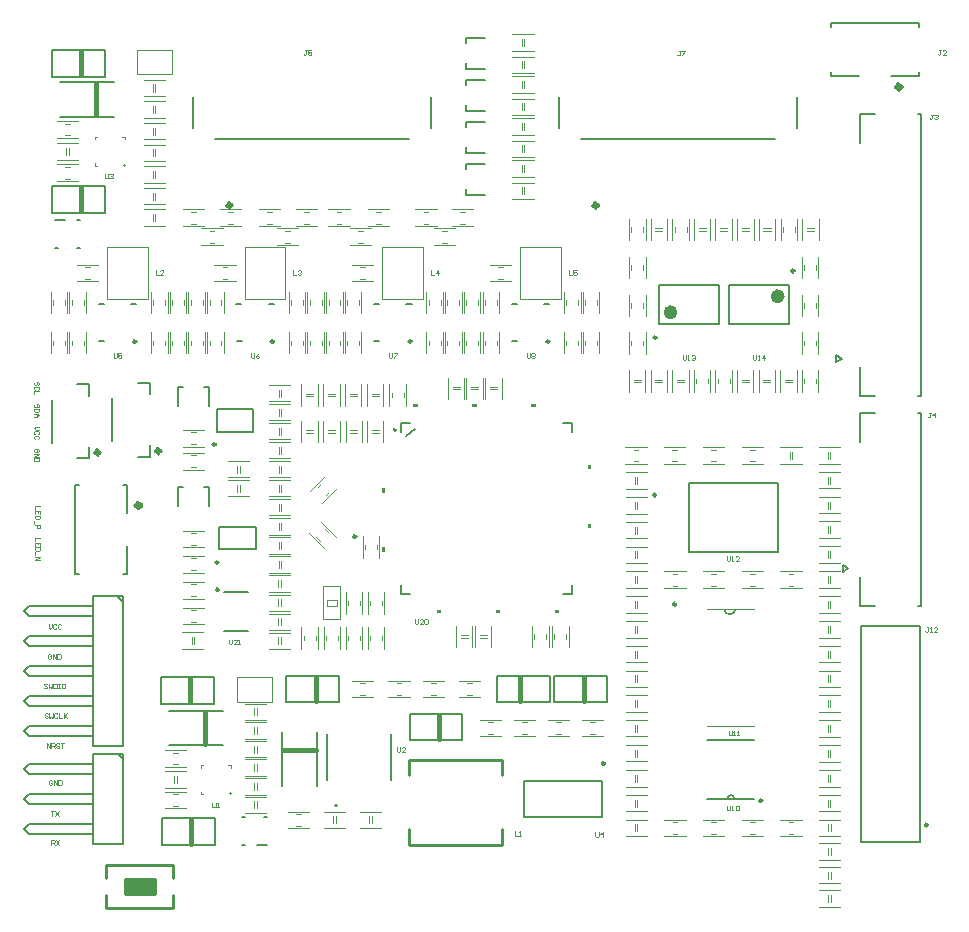
<source format=gto>
G04*
G04 #@! TF.GenerationSoftware,Altium Limited,Altium Designer,24.1.2 (44)*
G04*
G04 Layer_Color=65535*
%FSLAX44Y44*%
%MOMM*%
G71*
G04*
G04 #@! TF.SameCoordinates,6F585FF1-4DE3-4077-9EA4-C48F536BE3D4*
G04*
G04*
G04 #@! TF.FilePolarity,Positive*
G04*
G01*
G75*
%ADD10C,0.2500*%
%ADD11C,0.5080*%
%ADD12C,0.2540*%
%ADD13C,0.2000*%
%ADD14C,0.2520*%
%ADD15C,0.3810*%
%ADD16C,0.1540*%
%ADD17C,0.6000*%
%ADD18C,0.1524*%
%ADD19C,0.1000*%
%ADD20C,0.1270*%
%ADD21C,0.1500*%
%ADD22C,0.1200*%
%ADD23C,0.1250*%
%ADD24R,2.5400X1.2700*%
G36*
X369576Y294990D02*
X365766D01*
Y292450D01*
X369576D01*
Y294990D01*
D02*
G37*
G36*
X321662Y347904D02*
X319122D01*
Y344094D01*
X321662D01*
Y347904D01*
D02*
G37*
G36*
Y397904D02*
X319122D01*
Y394094D01*
X321662D01*
Y397904D01*
D02*
G37*
G36*
X349576Y467008D02*
X345766D01*
Y469548D01*
X349576D01*
Y467008D01*
D02*
G37*
G36*
X399576D02*
X395766D01*
Y469548D01*
X399576D01*
Y467008D01*
D02*
G37*
G36*
X419576Y294990D02*
X415766D01*
Y292450D01*
X419576D01*
Y294990D01*
D02*
G37*
G36*
X469576D02*
X465766D01*
Y292450D01*
X469576D01*
Y294990D01*
D02*
G37*
G36*
X493680Y367904D02*
X496220D01*
Y364094D01*
X493680D01*
Y367904D01*
D02*
G37*
G36*
Y417904D02*
X496220D01*
Y414094D01*
X493680D01*
Y417904D01*
D02*
G37*
G36*
X449576Y467008D02*
X445766D01*
Y469548D01*
X449576D01*
Y467008D01*
D02*
G37*
D10*
X508088Y165120D02*
G03*
X508088Y165120I-1250J0D01*
G01*
X551470Y392380D02*
G03*
X551470Y392380I-1250J0D01*
G01*
X668610Y582065D02*
G03*
X668610Y582065I-1250J0D01*
G01*
X551820Y525565D02*
G03*
X551820Y525565I-1250J0D01*
G01*
X180818Y335269D02*
G03*
X180818Y335269I-1250J0D01*
G01*
X297468Y357162D02*
G03*
X297468Y357162I-1250J0D01*
G01*
X178568Y435024D02*
G03*
X178568Y435024I-1250J0D01*
G01*
X641392Y133604D02*
G03*
X641392Y133604I-1250J0D01*
G01*
D11*
X758698Y737870D02*
G03*
X758698Y737870I-1778J0D01*
G01*
X114808Y383540D02*
G03*
X114808Y383540I-1778J0D01*
G01*
D12*
X460973Y522356D02*
G03*
X460973Y522356I-1256J0D01*
G01*
X344405D02*
G03*
X344405Y522356I-1256J0D01*
G01*
X227836D02*
G03*
X227836Y522356I-1256J0D01*
G01*
X111268D02*
G03*
X111268Y522356I-1256J0D01*
G01*
X181048Y312226D02*
G03*
X181048Y312226I-1055J0D01*
G01*
X781392Y112993D02*
G03*
X781392Y112993I-1270J0D01*
G01*
X568430Y299880D02*
G03*
X568430Y299880I-1250J0D01*
G01*
X190738Y139746D02*
X190770D01*
X100919Y671749D02*
X100951D01*
X420555Y154942D02*
Y167855D01*
X342248D02*
X420555D01*
X342248Y154942D02*
Y167855D01*
X342020Y96054D02*
Y109222D01*
Y96054D02*
X420555D01*
Y109222D01*
X86106Y68072D02*
Y79502D01*
Y42418D02*
Y53848D01*
Y42418D02*
X142494D01*
X86106Y79502D02*
X142494D01*
X101600Y67310D02*
X127000D01*
Y54610D02*
Y67310D01*
X101600Y54610D02*
X127000D01*
X101600D02*
Y67310D01*
X142494Y68072D02*
Y79502D01*
Y42418D02*
Y53848D01*
D13*
X281670Y129480D02*
G03*
X281670Y129480I-1000J0D01*
G01*
X617728Y135128D02*
G03*
X611632Y135128I-3048J0D01*
G01*
X439438Y119370D02*
Y150370D01*
X505438Y119370D02*
Y150370D01*
X439438Y119370D02*
X505438D01*
X439438Y150370D02*
X505438D01*
X172750Y382864D02*
Y399114D01*
X146750Y382864D02*
Y399114D01*
X151250D01*
X168250D02*
X172750D01*
Y467654D02*
Y483904D01*
X146750Y467654D02*
Y483904D01*
X151250D01*
X168250D02*
X172750D01*
X138908Y180555D02*
X184608D01*
X138908Y209855D02*
X184608D01*
X264335Y145802D02*
Y191502D01*
X235035Y145802D02*
Y191502D01*
X46488Y712803D02*
X92188D01*
X46488Y742103D02*
X92188D01*
X774750Y98550D02*
Y281450D01*
X725250Y98550D02*
Y281450D01*
X774750D01*
X725250Y98550D02*
X774750D01*
X42378Y601497D02*
X44878D01*
X60878D02*
X63378D01*
X60878Y625497D02*
X63378D01*
X42378D02*
X50878D01*
X613310Y570565D02*
X664310D01*
X613310Y537065D02*
X664310D01*
Y570565D01*
X613310Y537065D02*
Y570565D01*
X553620Y537065D02*
X604620D01*
X553620Y570565D02*
X604620D01*
X553620Y537065D02*
Y570565D01*
X604620Y537065D02*
Y570565D01*
X212568Y346269D02*
Y365269D01*
X181568Y346269D02*
Y365269D01*
X212568D01*
X181568Y346269D02*
X212568D01*
X16496Y293878D02*
X20729Y289645D01*
X16496Y268478D02*
X20729Y272711D01*
X16496Y268478D02*
X20729Y264245D01*
X16496Y293878D02*
X20729Y298111D01*
X95659Y306155D02*
X99893Y301921D01*
X100316Y179578D02*
Y306578D01*
X74916D02*
X100316D01*
X74916Y179578D02*
X100316D01*
X74916D02*
Y306578D01*
X20729Y298111D02*
X74662D01*
X20729Y289645D02*
X74916D01*
X20729Y272711D02*
X74662D01*
X20729Y264245D02*
X74662D01*
X16496Y243078D02*
X20729Y238845D01*
X16496Y217678D02*
X20729Y221911D01*
X16496Y217678D02*
X20729Y213445D01*
X16496Y243078D02*
X20729Y247311D01*
X74662D01*
X20729Y238845D02*
X74916D01*
X20729Y221911D02*
X74662D01*
X20729Y213445D02*
X74662D01*
X16496Y192278D02*
X20729Y188045D01*
X16496Y192278D02*
X20729Y196511D01*
X74662D01*
X20729Y188045D02*
X74916D01*
X20729Y105495D02*
X74916D01*
X20729Y113961D02*
X74662D01*
X16496Y109728D02*
X20729Y113961D01*
X16496Y109728D02*
X20729Y105495D01*
X20729Y130895D02*
X74662D01*
X20729Y139361D02*
X74662D01*
X20729Y156295D02*
X74916D01*
X20729Y164761D02*
X74662D01*
X74916Y97028D02*
Y173228D01*
Y97028D02*
X100316D01*
X74916Y173228D02*
X100316D01*
Y97028D02*
Y173228D01*
X95659Y172805D02*
X99893Y168571D01*
X16496Y160528D02*
X20729Y164761D01*
X16496Y135128D02*
X20729Y130895D01*
X16496Y135128D02*
X20729Y139361D01*
X16496Y160528D02*
X20729Y156295D01*
X179318Y446024D02*
X210318D01*
X179318Y465024D02*
X210318D01*
X179318Y446024D02*
Y465024D01*
X210318Y446024D02*
Y465024D01*
X213158Y96045D02*
X221658D01*
X200658D02*
X203158D01*
X200658Y120045D02*
X203158D01*
X219158D02*
X221658D01*
X390084Y668138D02*
Y672638D01*
Y646638D02*
Y651138D01*
Y646638D02*
X406334D01*
X390084Y672638D02*
X406334D01*
X390084Y703698D02*
Y708198D01*
Y682198D02*
Y686698D01*
Y682198D02*
X406334D01*
X390084Y708198D02*
X406334D01*
X390084Y739258D02*
Y743758D01*
Y717758D02*
Y722258D01*
Y717758D02*
X406334D01*
X390084Y743758D02*
X406334D01*
X390084Y774818D02*
Y779318D01*
Y753318D02*
Y757818D01*
Y753318D02*
X406334D01*
X390084Y779318D02*
X406334D01*
X594680Y185020D02*
X634680D01*
X594680Y135020D02*
X634680D01*
D14*
X330900Y447504D02*
G03*
X330900Y447504I-762J0D01*
G01*
D15*
X131572Y429514D02*
G03*
X131572Y429514I-1778J0D01*
G01*
X80023Y428284D02*
G03*
X80023Y428284I-1778J0D01*
G01*
X191778Y637500D02*
G03*
X191778Y637500I-1778J0D01*
G01*
X501778D02*
G03*
X501778Y637500I-1778J0D01*
G01*
X169454Y208636D02*
X169539Y181720D01*
X236254Y176348D02*
X263170Y176432D01*
X77034Y740884D02*
X77118Y713968D01*
X157654Y97130D02*
Y117302D01*
X156886Y216744D02*
Y236916D01*
X367543Y185937D02*
Y206108D01*
X263111Y218006D02*
Y238177D01*
X64487Y632540D02*
Y652711D01*
X64804Y747640D02*
Y767811D01*
X490003Y218006D02*
Y238177D01*
X436477Y218007D02*
Y238178D01*
D16*
X609096Y295513D02*
G03*
X618679Y295380I4802J680D01*
G01*
D17*
X657310Y560565D02*
G03*
X657310Y560565I-3000J0D01*
G01*
X566620Y547065D02*
G03*
X566620Y547065I-3000J0D01*
G01*
D18*
X774065Y788396D02*
Y791845D01*
X699135Y747395D02*
Y750754D01*
X750241Y747395D02*
X774065D01*
X699135Y788396D02*
Y791845D01*
X774065D01*
Y747395D02*
Y750754D01*
X699135Y747395D02*
X722959D01*
X429339Y522518D02*
X433625D01*
X429200Y554184D02*
X433485D01*
X456660Y554144D02*
X460945D01*
X312771Y522518D02*
X317056D01*
X312631Y554184D02*
X316917D01*
X340091Y554144D02*
X344377D01*
X196202Y522518D02*
X200488D01*
X196063Y554184D02*
X200348D01*
X223523Y554144D02*
X227808D01*
X79633Y522518D02*
X83919D01*
X79494Y554184D02*
X83780D01*
X106954Y554144D02*
X111240D01*
X335408Y453262D02*
X342819D01*
X479934Y445851D02*
Y453262D01*
X472522Y308736D02*
X479934D01*
X335408D02*
Y316148D01*
Y445851D02*
Y453262D01*
X472522D02*
X479934D01*
Y308736D02*
Y316148D01*
X335408Y308736D02*
X342819D01*
X122682Y477813D02*
Y487426D01*
X112808Y424942D02*
X122682D01*
X91186Y437988D02*
Y474380D01*
X112808Y487426D02*
X122682D01*
Y424942D02*
Y434555D01*
X71133Y423712D02*
Y433324D01*
X61259Y486196D02*
X71133D01*
X39637Y436758D02*
Y473149D01*
X61259Y423712D02*
X71133D01*
Y476583D02*
Y486196D01*
X185445Y310347D02*
X205511D01*
X185445Y277327D02*
X205511D01*
X103505Y325755D02*
Y349579D01*
X100146Y400685D02*
X103505D01*
X59055Y325755D02*
Y400685D01*
Y325755D02*
X62504D01*
X103505Y376861D02*
Y400685D01*
X100146Y325755D02*
X103505D01*
X59055Y400685D02*
X62504D01*
D19*
X86412Y558425D02*
Y602329D01*
X120956Y558425D02*
Y602329D01*
X86412D02*
X120956D01*
X86412Y558425D02*
X120956D01*
X202981D02*
Y602329D01*
X237525Y558425D02*
Y602329D01*
X202981D02*
X237525D01*
X202981Y558425D02*
X237525D01*
X319550D02*
Y602329D01*
X354094Y558425D02*
Y602329D01*
X319550D02*
X354094D01*
X319550Y558425D02*
X354094D01*
X436118D02*
Y602329D01*
X470662Y558425D02*
Y602329D01*
X436118D02*
X470662D01*
X436118Y558425D02*
X470662D01*
X165821Y138894D02*
X168079D01*
X165821D02*
Y141175D01*
X165856Y163647D02*
X168137D01*
X165856Y161388D02*
Y163647D01*
X191649Y161394D02*
Y163676D01*
X189390D02*
X191649D01*
X76002Y670897D02*
X78260D01*
X76002D02*
Y673179D01*
X76037Y695650D02*
X78318D01*
X76037Y693391D02*
Y695650D01*
X101830Y693398D02*
Y695679D01*
X99571D02*
X101830D01*
X284127Y287019D02*
Y309071D01*
Y314959D01*
X269762D02*
X284127D01*
X269762Y287019D02*
Y314959D01*
X272599Y298450D02*
X281287D01*
Y303784D01*
X272599D02*
X281287D01*
X272599Y298450D02*
Y303784D01*
X269762Y287019D02*
X284127D01*
X196455Y238326D02*
X225919D01*
X196455Y217498D02*
X225919D01*
X196455D02*
Y238326D01*
X225919Y217498D02*
Y238326D01*
X112197Y769221D02*
X141661D01*
X112197Y748393D02*
X141661D01*
X112197D02*
Y769221D01*
X141661Y748393D02*
Y769221D01*
X310530Y447238D02*
X316530D01*
X310530Y445238D02*
X316530D01*
X320530Y437238D02*
Y455238D01*
X306530Y437238D02*
Y455238D01*
X670445Y479950D02*
Y497950D01*
X656445Y479950D02*
Y497950D01*
X660445Y489950D02*
X666445D01*
X660445Y487950D02*
X666445D01*
X619866Y479950D02*
Y497950D01*
X633866Y479950D02*
Y497950D01*
X623866Y487950D02*
X629866D01*
X623866Y489950D02*
X629866D01*
X638156Y479950D02*
Y497950D01*
X652156Y479950D02*
Y497950D01*
X642156Y487950D02*
X648156D01*
X642156Y489950D02*
X648156D01*
X652343Y608220D02*
Y626220D01*
X638343Y608220D02*
Y626220D01*
X642343Y618220D02*
X648343D01*
X642343Y616220D02*
X648343D01*
X634022Y608220D02*
Y626220D01*
X620022Y608220D02*
Y626220D01*
X624022Y618220D02*
X630022D01*
X624022Y616220D02*
X630022D01*
X674985Y608220D02*
Y626220D01*
X688985Y608220D02*
Y626220D01*
X678985Y616220D02*
X684985D01*
X678985Y618220D02*
X684985D01*
X542419Y479950D02*
Y497950D01*
X528419Y479950D02*
Y497950D01*
X532419Y489950D02*
X538419D01*
X532419Y487950D02*
X538419D01*
X564998Y479950D02*
Y497950D01*
X578998Y479950D02*
Y497950D01*
X568998Y487950D02*
X574998D01*
X568998Y489950D02*
X574998D01*
X546708Y479950D02*
Y497950D01*
X560708Y479950D02*
Y497950D01*
X550708Y487950D02*
X556708D01*
X550708Y489950D02*
X556708D01*
X615702Y608220D02*
Y626220D01*
X601702Y608220D02*
Y626220D01*
X605702Y618220D02*
X611702D01*
X605702Y616220D02*
X611702D01*
X597381Y608220D02*
Y626220D01*
X583381Y608220D02*
Y626220D01*
X587381Y618220D02*
X593381D01*
X587381Y616220D02*
X593381D01*
X546740Y608220D02*
Y626220D01*
X560740Y608220D02*
Y626220D01*
X550740Y616220D02*
X556740D01*
X550740Y618220D02*
X556740D01*
X397969Y263504D02*
Y281504D01*
X411969Y263504D02*
Y281504D01*
X401969Y271504D02*
X407969D01*
X401969Y273504D02*
X407969D01*
X689159Y97295D02*
X707159D01*
X689159Y83295D02*
X707159D01*
X697159Y87295D02*
Y93295D01*
X699159Y87295D02*
Y93295D01*
X689159Y57702D02*
X707159D01*
X689159Y43702D02*
X707159D01*
X697159Y47702D02*
Y53702D01*
X699159Y47702D02*
Y53702D01*
X689159Y77498D02*
X707159D01*
X689159Y63498D02*
X707159D01*
X697159Y67498D02*
Y73498D01*
X699159Y67498D02*
Y73498D01*
X689008Y334775D02*
X707008D01*
X689008Y348774D02*
X707008D01*
X699008Y338774D02*
Y344775D01*
X697008Y338774D02*
Y344775D01*
X689008Y356056D02*
X707008D01*
X689008Y370056D02*
X707008D01*
X699008Y360056D02*
Y366056D01*
X697008Y360056D02*
Y366056D01*
X689008Y376829D02*
X707008D01*
X689008Y390830D02*
X707008D01*
X699008Y380830D02*
Y386829D01*
X697008Y380830D02*
Y386829D01*
X689008Y397857D02*
X707008D01*
X689008Y411857D02*
X707008D01*
X699008Y401857D02*
Y407857D01*
X697008Y401857D02*
Y407857D01*
X689008Y418884D02*
X707008D01*
X689008Y432884D02*
X707008D01*
X699008Y422884D02*
Y428884D01*
X697008Y422884D02*
Y428884D01*
X689159Y117472D02*
X707159D01*
X689159Y103472D02*
X707159D01*
X697159Y107472D02*
Y113472D01*
X699159Y107472D02*
Y113472D01*
X689008Y138500D02*
X707008D01*
X689008Y124500D02*
X707008D01*
X697008Y128500D02*
Y134500D01*
X699008Y128500D02*
Y134500D01*
X689008Y166555D02*
X707008D01*
X689008Y180555D02*
X707008D01*
X699008Y170555D02*
Y176555D01*
X697008Y170555D02*
Y176555D01*
X689008Y145527D02*
X707008D01*
X689008Y159527D02*
X707008D01*
X699008Y149527D02*
Y155527D01*
X697008Y149527D02*
Y155527D01*
X689008Y187582D02*
X707008D01*
X689008Y201582D02*
X707008D01*
X699008Y191582D02*
Y197582D01*
X697008Y191582D02*
Y197582D01*
X689008Y222610D02*
X707008D01*
X689008Y208610D02*
X707008D01*
X697008Y212610D02*
Y218610D01*
X699008Y212610D02*
Y218610D01*
X689008Y229637D02*
X707008D01*
X689008Y243637D02*
X707008D01*
X699008Y233637D02*
Y239637D01*
X697008Y233637D02*
Y239637D01*
X689008Y264665D02*
X707008D01*
X689008Y250665D02*
X707008D01*
X697008Y254665D02*
Y260665D01*
X699008Y254665D02*
Y260665D01*
X689008Y285692D02*
X707008D01*
X689008Y271692D02*
X707008D01*
X697008Y275692D02*
Y281692D01*
X699008Y275692D02*
Y281692D01*
X689008Y292720D02*
X707008D01*
X689008Y306720D02*
X707008D01*
X699008Y296720D02*
Y302720D01*
X697008Y296720D02*
Y302720D01*
X689008Y313747D02*
X707008D01*
X689008Y327747D02*
X707008D01*
X699008Y317747D02*
Y323747D01*
X697008Y317747D02*
Y323747D01*
X251024Y437265D02*
Y455265D01*
X265024Y437265D02*
Y455265D01*
X255024Y445265D02*
X261024D01*
X255024Y447265D02*
X261024D01*
X269456Y468074D02*
Y486074D01*
X283456Y468074D02*
Y486074D01*
X273456Y476074D02*
X279456D01*
X273456Y478074D02*
X279456D01*
X269762Y437265D02*
Y455265D01*
X283762Y437265D02*
Y455265D01*
X273762Y445265D02*
X279762D01*
X273762Y447265D02*
X279762D01*
X287993Y468074D02*
Y486074D01*
X301993Y468074D02*
Y486074D01*
X291993Y476074D02*
X297993D01*
X291993Y478074D02*
X297993D01*
X288499Y437265D02*
Y455265D01*
X302500Y437265D02*
Y455265D01*
X292500Y445265D02*
X298500D01*
X292500Y447265D02*
X298500D01*
X533664Y296570D02*
Y302570D01*
X535664Y296570D02*
Y302570D01*
X525664Y306570D02*
X543664D01*
X525664Y292570D02*
X543664D01*
X656678Y418885D02*
X674678D01*
X656678Y432885D02*
X674678D01*
X666678Y422885D02*
Y428885D01*
X664678Y422885D02*
Y428885D01*
X533659Y401624D02*
Y407624D01*
X535659Y401624D02*
Y407624D01*
X525659Y411624D02*
X543659D01*
X525659Y397624D02*
X543659D01*
X533664Y359602D02*
Y365602D01*
X535664Y359602D02*
Y365602D01*
X525664Y369602D02*
X543664D01*
X525664Y355602D02*
X543664D01*
X533664Y380613D02*
Y386613D01*
X535664Y380613D02*
Y386613D01*
X525664Y390613D02*
X543664D01*
X525664Y376613D02*
X543664D01*
X533664Y275559D02*
Y281559D01*
X535664Y275559D02*
Y281559D01*
X525664Y285559D02*
X543664D01*
X525664Y271559D02*
X543664D01*
X533664Y212865D02*
Y218865D01*
X535664Y212865D02*
Y218865D01*
X525664Y222865D02*
X543664D01*
X525664Y208865D02*
X543664D01*
X533664Y254548D02*
Y260548D01*
X535664Y254548D02*
Y260548D01*
X525664Y264548D02*
X543664D01*
X525664Y250548D02*
X543664D01*
X533664Y317747D02*
Y323747D01*
X535664Y317747D02*
Y323747D01*
X525664Y327747D02*
X543664D01*
X525664Y313747D02*
X543664D01*
X533664Y338591D02*
Y344591D01*
X535664Y338591D02*
Y344591D01*
X525664Y348591D02*
X543664D01*
X525664Y334591D02*
X543664D01*
X533664Y192024D02*
Y198024D01*
X535664Y192024D02*
Y198024D01*
X525664Y202024D02*
X543664D01*
X525664Y188024D02*
X543664D01*
X533664Y233706D02*
Y239706D01*
X535664Y233706D02*
Y239706D01*
X525664Y243706D02*
X543664D01*
X525664Y229706D02*
X543664D01*
X533664Y149494D02*
Y155494D01*
X535664Y149494D02*
Y155494D01*
X525664Y159494D02*
X543664D01*
X525664Y145494D02*
X543664D01*
X533664Y128483D02*
Y134483D01*
X535664Y128483D02*
Y134483D01*
X525664Y138483D02*
X543664D01*
X525664Y124483D02*
X543664D01*
X533664Y170759D02*
Y176759D01*
X535664Y170759D02*
Y176759D01*
X525664Y180759D02*
X543664D01*
X525664Y166759D02*
X543664D01*
X533664Y107472D02*
Y113472D01*
X535664Y107472D02*
Y113472D01*
X525664Y117472D02*
X543664D01*
X525664Y103472D02*
X543664D01*
X125476Y697345D02*
Y703345D01*
X127476Y697345D02*
Y703345D01*
X117476Y707345D02*
X135476D01*
X117476Y693345D02*
X135476D01*
X410956Y483770D02*
X416956D01*
X410956Y481770D02*
X416956D01*
X420956Y473770D02*
Y491770D01*
X406956Y473770D02*
Y491770D01*
X211142Y174252D02*
Y180252D01*
X213142Y174252D02*
Y180252D01*
X203142Y184252D02*
X221142D01*
X203142Y170252D02*
X221142D01*
X385986Y273504D02*
X391986D01*
X385986Y271504D02*
X391986D01*
X395986Y263504D02*
Y281504D01*
X381986Y263504D02*
Y281504D01*
X233745Y379001D02*
Y385001D01*
X231745Y379001D02*
Y385001D01*
X223745Y375001D02*
X241745D01*
X223745Y389001D02*
X241745D01*
X231745Y330671D02*
Y336671D01*
X233745Y330671D02*
Y336671D01*
X223745Y340671D02*
X241745D01*
X223745Y326671D02*
X241745D01*
X231745Y346781D02*
Y352781D01*
X233745Y346781D02*
Y352781D01*
X223745Y356781D02*
X241745D01*
X223745Y342781D02*
X241745D01*
X233745Y475662D02*
Y481662D01*
X231745Y475662D02*
Y481662D01*
X223745Y471662D02*
X241745D01*
X223745Y485662D02*
X241745D01*
X231745Y362891D02*
Y368891D01*
X233745Y362891D02*
Y368891D01*
X223745Y372891D02*
X241745D01*
X223745Y358891D02*
X241745D01*
X231745Y459552D02*
Y465552D01*
X233745Y459552D02*
Y465552D01*
X223745Y469552D02*
X241745D01*
X223745Y455552D02*
X241745D01*
X231745Y411222D02*
Y417221D01*
X233745Y411222D02*
Y417221D01*
X223745Y421222D02*
X241745D01*
X223745Y407221D02*
X241745D01*
X231745Y395111D02*
Y401111D01*
X233745Y395111D02*
Y401111D01*
X223745Y405111D02*
X241745D01*
X223745Y391111D02*
X241745D01*
X231745Y427332D02*
Y433332D01*
X233745Y427332D02*
Y433332D01*
X223745Y437332D02*
X241745D01*
X223745Y423332D02*
X241745D01*
X231745Y443442D02*
Y449442D01*
X233745Y443442D02*
Y449442D01*
X223745Y453442D02*
X241745D01*
X223745Y439442D02*
X241745D01*
X198882Y395111D02*
Y401111D01*
X196882Y395111D02*
Y401111D01*
X188882Y391111D02*
X206882D01*
X188882Y405111D02*
X206882D01*
X198882Y411222D02*
Y417221D01*
X196882Y411222D02*
Y417221D01*
X188882Y407221D02*
X206882D01*
X188882Y421222D02*
X206882D01*
X306530Y468074D02*
Y486074D01*
X320530Y468074D02*
Y486074D01*
X310530Y476074D02*
X316530D01*
X310530Y478074D02*
X316530D01*
X255024D02*
X261024D01*
X255024Y476074D02*
X261024D01*
X265024Y468074D02*
Y486074D01*
X251024Y468074D02*
Y486074D01*
X211142Y126972D02*
Y132972D01*
X213142Y126972D02*
Y132972D01*
X203142Y136972D02*
X221142D01*
X203142Y122972D02*
X221142D01*
X213142Y142732D02*
Y148732D01*
X211142Y142732D02*
Y148732D01*
X203142Y138732D02*
X221142D01*
X203142Y152732D02*
X221142D01*
X211142Y190012D02*
Y196012D01*
X213142Y190012D02*
Y196012D01*
X203142Y200012D02*
X221142D01*
X203142Y186012D02*
X221142D01*
X213142Y205773D02*
Y211773D01*
X211142Y205773D02*
Y211773D01*
X203142Y201773D02*
X221142D01*
X203142Y215773D02*
X221142D01*
X213142Y158492D02*
Y164492D01*
X211142Y158492D02*
Y164492D01*
X203142Y154492D02*
X221142D01*
X203142Y168492D02*
X221142D01*
X143504Y148507D02*
Y154507D01*
X145504Y148507D02*
Y154507D01*
X135504Y158507D02*
X153504D01*
X135504Y144507D02*
X153504D01*
X280265Y114300D02*
Y120300D01*
X278265Y114300D02*
Y120300D01*
X270265Y110300D02*
X288265D01*
X270265Y124300D02*
X288265D01*
X310610Y114300D02*
Y120300D01*
X308610Y114300D02*
Y120300D01*
X300610Y110300D02*
X318610D01*
X300610Y124300D02*
X318610D01*
X125476Y679041D02*
Y685041D01*
X127476Y679041D02*
Y685041D01*
X117476Y689041D02*
X135476D01*
X117476Y675041D02*
X135476D01*
X125476Y642433D02*
Y648433D01*
X127476Y642433D02*
Y648433D01*
X117476Y652433D02*
X135476D01*
X117476Y638433D02*
X135476D01*
X125476Y715649D02*
Y721649D01*
X127476Y715649D02*
Y721649D01*
X117476Y725649D02*
X135476D01*
X117476Y711649D02*
X135476D01*
X127476Y733953D02*
Y739953D01*
X125476Y733953D02*
Y739953D01*
X117476Y729953D02*
X135476D01*
X117476Y743953D02*
X135476D01*
X127476Y660737D02*
Y666737D01*
X125476Y660737D02*
Y666737D01*
X117476Y656737D02*
X135476D01*
X117476Y670737D02*
X135476D01*
X127476Y624129D02*
Y630130D01*
X125476Y624129D02*
Y630130D01*
X117476Y620130D02*
X135476D01*
X117476Y634129D02*
X135476D01*
X51954Y680373D02*
Y686373D01*
X53954Y680373D02*
Y686373D01*
X43954Y690373D02*
X61954D01*
X43954Y676373D02*
X61954D01*
X233643Y314220D02*
Y320220D01*
X231643Y314220D02*
Y320220D01*
X223643Y310220D02*
X241643D01*
X223643Y324220D02*
X241643D01*
X233643Y298045D02*
Y304045D01*
X231643Y298045D02*
Y304045D01*
X223643Y294045D02*
X241643D01*
X223643Y308045D02*
X241643D01*
X233528Y281986D02*
Y287986D01*
X231528Y281986D02*
Y287986D01*
X223528Y277986D02*
X241528D01*
X223528Y291986D02*
X241528D01*
X160096Y266173D02*
Y272173D01*
X158096Y266173D02*
Y272173D01*
X150096Y262173D02*
X168095D01*
X150096Y276173D02*
X168095D01*
X231707Y265886D02*
Y271886D01*
X233707Y265886D02*
Y271886D01*
X223707Y275886D02*
X241707D01*
X223707Y261886D02*
X241707D01*
X379128Y481678D02*
X385128D01*
X379128Y483678D02*
X385128D01*
X375128Y473678D02*
Y491678D01*
X389128Y473678D02*
Y491678D01*
X394481Y483678D02*
X400481D01*
X394481Y481678D02*
X400481D01*
X404481Y473678D02*
Y491678D01*
X390481Y473678D02*
Y491678D01*
X437674Y646884D02*
Y652884D01*
X439674Y646884D02*
Y652884D01*
X429674Y656884D02*
X447674D01*
X429674Y642884D02*
X447674D01*
X437674Y682444D02*
Y688444D01*
X439674Y682444D02*
Y688444D01*
X429674Y692444D02*
X447674D01*
X429674Y678444D02*
X447674D01*
X437674Y718004D02*
Y724004D01*
X439674Y718004D02*
Y724004D01*
X429674Y728004D02*
X447674D01*
X429674Y714004D02*
X447674D01*
X437674Y753564D02*
Y759564D01*
X439674Y753564D02*
Y759564D01*
X429674Y763564D02*
X447674D01*
X429674Y749564D02*
X447674D01*
X437674Y665884D02*
Y671884D01*
X439674Y665884D02*
Y671884D01*
X429674Y675884D02*
X447674D01*
X429674Y661884D02*
X447674D01*
X437674Y701444D02*
Y707444D01*
X439674Y701444D02*
Y707444D01*
X429674Y711444D02*
X447674D01*
X429674Y697444D02*
X447674D01*
X437674Y737004D02*
Y743004D01*
X439674Y737004D02*
Y743004D01*
X429674Y747004D02*
X447674D01*
X429674Y733004D02*
X447674D01*
X437674Y772564D02*
Y778564D01*
X439674Y772564D02*
Y778564D01*
X429674Y782564D02*
X447674D01*
X429674Y768564D02*
X447674D01*
D20*
X326644Y150738D02*
Y189738D01*
X272542Y150738D02*
Y189738D01*
X360500Y703000D02*
Y729500D01*
X159500Y703000D02*
Y729500D01*
X178000Y694000D02*
X342000D01*
X670500Y703000D02*
Y729500D01*
X469500Y703000D02*
Y729500D01*
X488000Y694000D02*
X652000D01*
X773500Y715100D02*
X776000D01*
X773500Y476100D02*
X776000D01*
X703580Y504720D02*
X708580Y507720D01*
X703580Y510720D02*
X708580Y507720D01*
X703580Y504720D02*
Y510720D01*
X724000Y715100D02*
X737000D01*
X724000Y476100D02*
X737000D01*
X776000D02*
Y715100D01*
X724000Y476100D02*
Y500900D01*
Y690300D02*
Y715100D01*
Y437200D02*
Y462000D01*
Y298000D02*
Y322800D01*
X776000Y298000D02*
Y462000D01*
X724000Y298000D02*
X737000D01*
X724000Y462000D02*
X737000D01*
X709330Y327220D02*
Y333220D01*
X714330Y330220D01*
X709330Y327220D02*
X714330Y330220D01*
X773500Y298000D02*
X776000D01*
X773500Y462000D02*
X776000D01*
D21*
X340106Y441960D02*
X346964Y448564D01*
X132916Y95972D02*
Y118462D01*
X177614Y95972D02*
Y118462D01*
X132916D02*
X177614D01*
X132916Y95972D02*
X177614D01*
X132148Y215586D02*
Y238076D01*
X176846Y215586D02*
Y238076D01*
X132148D02*
X176846D01*
X132148Y215586D02*
X176846D01*
X342805Y184778D02*
Y207268D01*
X387503Y184778D02*
Y207268D01*
X342805D02*
X387503D01*
X342805Y184778D02*
X387503D01*
X238373Y216847D02*
Y239337D01*
X283071Y216847D02*
Y239337D01*
X238373D02*
X283071D01*
X238373Y216847D02*
X283071D01*
X39749Y631381D02*
Y653871D01*
X84447Y631381D02*
Y653871D01*
X39749D02*
X84447D01*
X39749Y631381D02*
X84447D01*
X40066Y746481D02*
Y768971D01*
X84764Y746481D02*
Y768971D01*
X40066D02*
X84764D01*
X40066Y746481D02*
X84764D01*
X465265Y216847D02*
Y239337D01*
X509963Y216847D02*
Y239337D01*
X465265D02*
X509963D01*
X465265Y216847D02*
X509963D01*
X461215Y216847D02*
Y239337D01*
X416517Y216847D02*
Y239337D01*
Y216847D02*
X461215D01*
X416517Y239337D02*
X461215D01*
X579484Y344130D02*
Y402630D01*
Y344130D02*
X654956D01*
Y402630D01*
X579484D02*
X654956D01*
D22*
X594679Y196530D02*
X634679D01*
X594679Y296230D02*
X634679D01*
X29917Y355977D02*
X25918D01*
Y353311D01*
X29917Y349312D02*
Y351978D01*
X25918D01*
Y349312D01*
X27918Y351978D02*
Y350645D01*
X29917Y347979D02*
X25918D01*
Y345980D01*
X26585Y345313D01*
X29251D01*
X29917Y345980D01*
Y347979D01*
X25252Y343980D02*
Y341315D01*
X25918Y339982D02*
X29917D01*
X25918Y337316D01*
X29917D01*
X29734Y382694D02*
X25735D01*
Y380028D01*
X29734Y376029D02*
Y378695D01*
X25735D01*
Y376029D01*
X27735Y378695D02*
Y377362D01*
X29734Y374696D02*
X25735D01*
Y372697D01*
X26402Y372030D01*
X29067D01*
X29734Y372697D01*
Y374696D01*
X25069Y370698D02*
Y368032D01*
X25735Y366699D02*
X29734D01*
Y364700D01*
X29067Y364033D01*
X27735D01*
X27068Y364700D01*
Y366699D01*
X35497Y178130D02*
Y182129D01*
X38163Y178130D01*
Y182129D01*
X39496Y178130D02*
Y182129D01*
X41495D01*
X42162Y181463D01*
Y180130D01*
X41495Y179463D01*
X39496D01*
X40829D02*
X42162Y178130D01*
X46160Y181463D02*
X45494Y182129D01*
X44161D01*
X43495Y181463D01*
Y180796D01*
X44161Y180130D01*
X45494D01*
X46160Y179463D01*
Y178797D01*
X45494Y178130D01*
X44161D01*
X43495Y178797D01*
X47493Y182129D02*
X50159D01*
X48826D01*
Y178130D01*
X36516Y206687D02*
X35849Y207354D01*
X34516D01*
X33850Y206687D01*
Y206021D01*
X34516Y205354D01*
X35849D01*
X36516Y204688D01*
Y204022D01*
X35849Y203355D01*
X34516D01*
X33850Y204022D01*
X37848Y207354D02*
Y203355D01*
X39181Y204688D01*
X40514Y203355D01*
Y207354D01*
X44513Y206687D02*
X43847Y207354D01*
X42514D01*
X41847Y206687D01*
Y204022D01*
X42514Y203355D01*
X43847D01*
X44513Y204022D01*
X45846Y207354D02*
Y203355D01*
X48512D01*
X49844Y207354D02*
Y203355D01*
Y204688D01*
X52510Y207354D01*
X50511Y205354D01*
X52510Y203355D01*
X35894Y231912D02*
X35227Y232578D01*
X33894D01*
X33228Y231912D01*
Y231245D01*
X33894Y230579D01*
X35227D01*
X35894Y229913D01*
Y229246D01*
X35227Y228580D01*
X33894D01*
X33228Y229246D01*
X37227Y232578D02*
Y228580D01*
X38560Y229913D01*
X39892Y228580D01*
Y232578D01*
X41225D02*
Y228580D01*
X43225D01*
X43891Y229246D01*
Y231912D01*
X43225Y232578D01*
X41225D01*
X45224D02*
X46557D01*
X45890D01*
Y228580D01*
X45224D01*
X46557D01*
X50556Y232578D02*
X49223D01*
X48556Y231912D01*
Y229246D01*
X49223Y228580D01*
X50556D01*
X51222Y229246D01*
Y231912D01*
X50556Y232578D01*
X39223Y257137D02*
X38557Y257803D01*
X37224D01*
X36557Y257137D01*
Y254471D01*
X37224Y253804D01*
X38557D01*
X39223Y254471D01*
Y255804D01*
X37890D01*
X40556Y253804D02*
Y257803D01*
X43222Y253804D01*
Y257803D01*
X44555D02*
Y253804D01*
X46554D01*
X47221Y254471D01*
Y257137D01*
X46554Y257803D01*
X44555D01*
X37074Y283028D02*
Y280362D01*
X38406Y279029D01*
X39739Y280362D01*
Y283028D01*
X43738Y282361D02*
X43072Y283028D01*
X41739D01*
X41072Y282361D01*
Y279695D01*
X41739Y279029D01*
X43072D01*
X43738Y279695D01*
X47737Y282361D02*
X47070Y283028D01*
X45737D01*
X45071Y282361D01*
Y279695D01*
X45737Y279029D01*
X47070D01*
X47737Y279695D01*
X28188Y485461D02*
X28855Y486128D01*
Y487460D01*
X28188Y488127D01*
X27522D01*
X26855Y487460D01*
Y486128D01*
X26189Y485461D01*
X25522D01*
X24856Y486128D01*
Y487460D01*
X25522Y488127D01*
X28188Y481462D02*
X28855Y482129D01*
Y483462D01*
X28188Y484128D01*
X25522D01*
X24856Y483462D01*
Y482129D01*
X25522Y481462D01*
X28855Y480130D02*
X24856D01*
Y477464D01*
X28188Y428806D02*
X28855Y429473D01*
Y430805D01*
X28188Y431472D01*
X25522D01*
X24856Y430805D01*
Y429473D01*
X25522Y428806D01*
X26855D01*
Y430139D01*
X24856Y427473D02*
X28855D01*
X24856Y424807D01*
X28855D01*
Y423475D02*
X24856D01*
Y421475D01*
X25522Y420809D01*
X28188D01*
X28855Y421475D01*
Y423475D01*
X28188Y466461D02*
X28855Y467128D01*
Y468461D01*
X28188Y469127D01*
X27522D01*
X26855Y468461D01*
Y467128D01*
X26189Y466461D01*
X25522D01*
X24856Y467128D01*
Y468461D01*
X25522Y469127D01*
X28855Y465128D02*
X24856D01*
Y463129D01*
X25522Y462462D01*
X28188D01*
X28855Y463129D01*
Y465128D01*
X24856Y461130D02*
X27522D01*
X28855Y459797D01*
X27522Y458464D01*
X24856D01*
X26855D01*
Y461130D01*
X28855Y450292D02*
X26189D01*
X24856Y448959D01*
X26189Y447626D01*
X28855D01*
X28188Y443627D02*
X28855Y444294D01*
Y445627D01*
X28188Y446293D01*
X25522D01*
X24856Y445627D01*
Y444294D01*
X25522Y443627D01*
X28188Y439629D02*
X28855Y440295D01*
Y441628D01*
X28188Y442294D01*
X25522D01*
X24856Y441628D01*
Y440295D01*
X25522Y439629D01*
X40056Y150087D02*
X39390Y150753D01*
X38057D01*
X37390Y150087D01*
Y147421D01*
X38057Y146754D01*
X39390D01*
X40056Y147421D01*
Y148754D01*
X38723D01*
X41389Y146754D02*
Y150753D01*
X44055Y146754D01*
Y150753D01*
X45388D02*
Y146754D01*
X47387D01*
X48053Y147421D01*
Y150087D01*
X47387Y150753D01*
X45388D01*
X38822Y124715D02*
X41488D01*
X40155D01*
Y120716D01*
X42821Y124715D02*
X45486Y120716D01*
Y124715D02*
X42821Y120716D01*
X39530Y96396D02*
Y100394D01*
X41529D01*
X42195Y99728D01*
Y98395D01*
X41529Y97729D01*
X39530D01*
X40862D02*
X42195Y96396D01*
X43528Y100394D02*
X46194Y96396D01*
Y100394D02*
X43528Y96396D01*
X347339Y287158D02*
Y283826D01*
X348006Y283160D01*
X349339D01*
X350005Y283826D01*
Y287158D01*
X354004Y283160D02*
X351338D01*
X354004Y285825D01*
Y286492D01*
X353337Y287158D01*
X352004D01*
X351338Y286492D01*
X355337D02*
X356003Y287158D01*
X357336D01*
X358002Y286492D01*
Y283826D01*
X357336Y283160D01*
X356003D01*
X355337Y283826D01*
Y286492D01*
X785718Y714469D02*
X784385D01*
X785051D01*
Y711137D01*
X784385Y710471D01*
X783718D01*
X783052Y711137D01*
X787050Y713803D02*
X787717Y714469D01*
X789050D01*
X789716Y713803D01*
Y713137D01*
X789050Y712470D01*
X788383D01*
X789050D01*
X789716Y711804D01*
Y711137D01*
X789050Y710471D01*
X787717D01*
X787050Y711137D01*
X782019Y280637D02*
X780686D01*
X781353D01*
Y277305D01*
X780686Y276639D01*
X780020D01*
X779354Y277305D01*
X783352Y276639D02*
X784685D01*
X784019D01*
Y280637D01*
X783352Y279971D01*
X789350Y276639D02*
X786685D01*
X789350Y279305D01*
Y279971D01*
X788684Y280637D01*
X787351D01*
X786685Y279971D01*
X189790Y269954D02*
Y266621D01*
X190456Y265955D01*
X191789D01*
X192456Y266621D01*
Y269954D01*
X196455Y265955D02*
X193789D01*
X196455Y268621D01*
Y269287D01*
X195788Y269954D01*
X194455D01*
X193789Y269287D01*
X197787Y265955D02*
X199120D01*
X198454D01*
Y269954D01*
X197787Y269287D01*
X633561Y510609D02*
Y507277D01*
X634228Y506610D01*
X635561D01*
X636227Y507277D01*
Y510609D01*
X637560Y506610D02*
X638893D01*
X638226D01*
Y510609D01*
X637560Y509943D01*
X642892Y506610D02*
Y510609D01*
X640892Y508610D01*
X643558D01*
X574137Y510609D02*
Y507277D01*
X574803Y506610D01*
X576136D01*
X576802Y507277D01*
Y510609D01*
X578135Y506610D02*
X579468D01*
X578802D01*
Y510609D01*
X578135Y509943D01*
X581468D02*
X582134Y510609D01*
X583467D01*
X584133Y509943D01*
Y509276D01*
X583467Y508610D01*
X582800D01*
X583467D01*
X584133Y507943D01*
Y507277D01*
X583467Y506610D01*
X582134D01*
X581468Y507277D01*
X611460Y340581D02*
Y337249D01*
X612126Y336583D01*
X613459D01*
X614125Y337249D01*
Y340581D01*
X615458Y336583D02*
X616791D01*
X616125D01*
Y340581D01*
X615458Y339915D01*
X621456Y336583D02*
X618791D01*
X621456Y339249D01*
Y339915D01*
X620790Y340581D01*
X619457D01*
X618791Y339915D01*
X612793Y192753D02*
Y189421D01*
X613459Y188755D01*
X614792D01*
X615458Y189421D01*
Y192753D01*
X616791Y188755D02*
X618124D01*
X617458D01*
Y192753D01*
X616791Y192087D01*
X620123Y188755D02*
X621456D01*
X620790D01*
Y192753D01*
X620123Y192087D01*
X611460Y129327D02*
Y125995D01*
X612126Y125329D01*
X613459D01*
X614125Y125995D01*
Y129327D01*
X615458Y125329D02*
X616791D01*
X616125D01*
Y129327D01*
X615458Y128661D01*
X618791D02*
X619457Y129327D01*
X620790D01*
X621456Y128661D01*
Y125995D01*
X620790Y125329D01*
X619457D01*
X618791Y125995D01*
Y128661D01*
X441902Y512182D02*
Y508849D01*
X442569Y508183D01*
X443902D01*
X444568Y508849D01*
Y512182D01*
X445901Y511515D02*
X446568Y512182D01*
X447901D01*
X448567Y511515D01*
Y510849D01*
X447901Y510182D01*
X448567Y509516D01*
Y508849D01*
X447901Y508183D01*
X446568D01*
X445901Y508849D01*
Y509516D01*
X446568Y510182D01*
X445901Y510849D01*
Y511515D01*
X446568Y510182D02*
X447901D01*
X325316Y512182D02*
Y508849D01*
X325983Y508183D01*
X327316D01*
X327982Y508849D01*
Y512182D01*
X329315D02*
X331981D01*
Y511515D01*
X329315Y508849D01*
Y508183D01*
X208730Y512182D02*
Y508849D01*
X209397Y508183D01*
X210730D01*
X211396Y508849D01*
Y512182D01*
X215395D02*
X214062Y511515D01*
X212729Y510182D01*
Y508849D01*
X213396Y508183D01*
X214729D01*
X215395Y508849D01*
Y509516D01*
X214729Y510182D01*
X212729D01*
X92144Y512182D02*
Y508849D01*
X92811Y508183D01*
X94144D01*
X94810Y508849D01*
Y512182D01*
X98809D02*
X96143D01*
Y510182D01*
X97476Y510849D01*
X98142D01*
X98809Y510182D01*
Y508849D01*
X98142Y508183D01*
X96810D01*
X96143Y508849D01*
X500081Y107188D02*
Y103855D01*
X500747Y103189D01*
X502080D01*
X502747Y103855D01*
Y107188D01*
X506079Y103189D02*
Y107188D01*
X504080Y105188D01*
X506745D01*
X84614Y664466D02*
Y661134D01*
X85280Y660468D01*
X86613D01*
X87280Y661134D01*
Y664466D01*
X88612Y663800D02*
X89279Y664466D01*
X90612D01*
X91278Y663800D01*
Y663134D01*
X90612Y662467D01*
X89945D01*
X90612D01*
X91278Y661801D01*
Y661134D01*
X90612Y660468D01*
X89279D01*
X88612Y661134D01*
X332160Y178708D02*
Y175376D01*
X332826Y174710D01*
X334160D01*
X334826Y175376D01*
Y178708D01*
X338825Y174710D02*
X336159D01*
X338825Y177375D01*
Y178042D01*
X338158Y178708D01*
X336825D01*
X336159Y178042D01*
X175775Y131821D02*
Y128489D01*
X176441Y127823D01*
X177774D01*
X178441Y128489D01*
Y131821D01*
X179774Y127823D02*
X181106D01*
X180440D01*
Y131821D01*
X179774Y131155D01*
X477460Y582477D02*
Y578478D01*
X480126D01*
X484124Y582477D02*
X481459D01*
Y580477D01*
X482792Y581144D01*
X483458D01*
X484124Y580477D01*
Y579144D01*
X483458Y578478D01*
X482125D01*
X481459Y579144D01*
X360874Y582477D02*
Y578478D01*
X363540D01*
X366872D02*
Y582477D01*
X364873Y580477D01*
X367538D01*
X244288Y582477D02*
Y578478D01*
X246954D01*
X248287Y581810D02*
X248953Y582477D01*
X250286D01*
X250952Y581810D01*
Y581144D01*
X250286Y580477D01*
X249620D01*
X250286D01*
X250952Y579811D01*
Y579144D01*
X250286Y578478D01*
X248953D01*
X248287Y579144D01*
X127702Y582477D02*
Y578478D01*
X130368D01*
X134367D02*
X131701D01*
X134367Y581144D01*
Y581810D01*
X133700Y582477D01*
X132367D01*
X131701Y581810D01*
X431574Y107459D02*
Y103460D01*
X434240D01*
X435572D02*
X436905D01*
X436239D01*
Y107459D01*
X435572Y106792D01*
X572104Y768571D02*
X570771D01*
X571437D01*
Y765239D01*
X570771Y764573D01*
X570104D01*
X569438Y765239D01*
X573436Y768571D02*
X576102D01*
Y767905D01*
X573436Y765239D01*
Y764573D01*
X255620Y768825D02*
X254287D01*
X254953D01*
Y765493D01*
X254287Y764827D01*
X253620D01*
X252954Y765493D01*
X259618Y768825D02*
X256952D01*
Y766826D01*
X258285Y767493D01*
X258952D01*
X259618Y766826D01*
Y765493D01*
X258952Y764827D01*
X257619D01*
X256952Y765493D01*
X783940Y461993D02*
X782607D01*
X783273D01*
Y458661D01*
X782607Y457995D01*
X781940D01*
X781274Y458661D01*
X787272Y457995D02*
Y461993D01*
X785272Y459994D01*
X787938D01*
X792630Y768778D02*
X791297D01*
X791964D01*
Y765446D01*
X791297Y764780D01*
X790631D01*
X789965Y765446D01*
X796629Y764780D02*
X793963D01*
X796629Y767446D01*
Y768112D01*
X795963Y768778D01*
X794630D01*
X793963Y768112D01*
D23*
X688859Y576152D02*
Y594152D01*
X674859Y576152D02*
Y594152D01*
X676860Y583153D02*
Y587152D01*
X686860Y583153D02*
Y587152D01*
X242431Y519152D02*
Y523153D01*
X252431Y519152D02*
Y523153D01*
X254431Y512152D02*
Y530153D01*
X240431Y512152D02*
Y530153D01*
X307362Y291990D02*
Y309990D01*
X321362Y291990D02*
Y309990D01*
X319362Y298990D02*
Y302990D01*
X309362Y298990D02*
Y302990D01*
X288624Y262272D02*
Y280272D01*
X302624Y262272D02*
Y280272D01*
X300625Y269272D02*
Y273272D01*
X290625Y269272D02*
Y273272D01*
X307362Y262272D02*
Y280272D01*
X321362Y262272D02*
Y280272D01*
X319362Y269272D02*
Y273272D01*
X309362Y269272D02*
Y273272D01*
X288624Y291990D02*
Y309990D01*
X302624Y291990D02*
Y309990D01*
X300625Y298990D02*
Y302990D01*
X290625Y298990D02*
Y302990D01*
X265149Y262272D02*
Y280272D01*
X251149Y262272D02*
Y280272D01*
X253149Y269272D02*
Y273272D01*
X263149Y269272D02*
Y273272D01*
X269887Y262272D02*
Y280272D01*
X283887Y262272D02*
Y280272D01*
X281887Y269272D02*
Y273272D01*
X271887Y269272D02*
Y273272D01*
X540544Y583153D02*
Y587152D01*
X530544Y583153D02*
Y587152D01*
X528544Y576152D02*
Y594152D01*
X542544Y576152D02*
Y594152D01*
X540544Y615220D02*
Y619220D01*
X530544Y615220D02*
Y619220D01*
X528544Y608220D02*
Y626220D01*
X542544Y608220D02*
Y626220D01*
X530544Y551085D02*
Y555085D01*
X540544Y551085D02*
Y555085D01*
X542544Y544085D02*
Y562085D01*
X528544Y544085D02*
Y562085D01*
Y512018D02*
Y530018D01*
X542544Y512018D02*
Y530018D01*
X540544Y519017D02*
Y523018D01*
X530544Y519017D02*
Y523018D01*
X686860Y551085D02*
Y555085D01*
X676860Y551085D02*
Y555085D01*
X674859Y544085D02*
Y562085D01*
X688859Y544085D02*
Y562085D01*
X676860Y519017D02*
Y523018D01*
X686860Y519017D02*
Y523018D01*
X688860Y512018D02*
Y530018D01*
X674859Y512018D02*
Y530018D01*
X676860Y486950D02*
Y490950D01*
X686860Y486950D02*
Y490950D01*
X688860Y479950D02*
Y497950D01*
X674859Y479950D02*
Y497950D01*
X601702Y479950D02*
Y497950D01*
X615702Y479950D02*
Y497950D01*
X613702Y486950D02*
Y490950D01*
X603702Y486950D02*
Y490950D01*
X670789Y608220D02*
Y626220D01*
X656789Y608220D02*
Y626220D01*
X658789Y615220D02*
Y619220D01*
X668789Y615220D02*
Y619220D01*
X583412Y479950D02*
Y497950D01*
X597412Y479950D02*
Y497950D01*
X595412Y486950D02*
Y490950D01*
X585412Y486950D02*
Y490950D01*
X579185Y608220D02*
Y626220D01*
X565185Y608220D02*
Y626220D01*
X567185Y615220D02*
Y619220D01*
X577185Y615220D02*
Y619220D01*
X166512Y604124D02*
X184512D01*
X166512Y618124D02*
X184512D01*
X173512Y616124D02*
X177512D01*
X173512Y606124D02*
X177512D01*
X267402Y369831D02*
X280129Y357103D01*
X257502Y359931D02*
X270230Y347203D01*
X263866Y356395D02*
X266694Y353567D01*
X270937Y363467D02*
X273765Y360638D01*
X157750Y328591D02*
X161750D01*
X157750Y338591D02*
X161750D01*
X150750Y340591D02*
X168750D01*
X150750Y326591D02*
X168750D01*
X157750Y415898D02*
X161750D01*
X157750Y425898D02*
X161750D01*
X150750Y427898D02*
X168750D01*
X150750Y413898D02*
X168750D01*
X157750Y360261D02*
X161750D01*
X157750Y350261D02*
X161750D01*
X150750Y348261D02*
X168750D01*
X150750Y362261D02*
X168750D01*
X157847Y445351D02*
X161847D01*
X157847Y435351D02*
X161847D01*
X150847Y433351D02*
X168847D01*
X150847Y447351D02*
X168847D01*
X431160Y188149D02*
X449160D01*
X431160Y202149D02*
X449160D01*
X438160Y200149D02*
X442160D01*
X438160Y190149D02*
X442160D01*
X488520Y202149D02*
X506520D01*
X488520Y188149D02*
X506520D01*
X495520Y190149D02*
X499520D01*
X495520Y200149D02*
X499520D01*
X459840Y202149D02*
X477840D01*
X459840Y188149D02*
X477840D01*
X466840Y190149D02*
X470840D01*
X466840Y200149D02*
X470840D01*
X402480Y188149D02*
X420480D01*
X402480Y202149D02*
X420480D01*
X409480Y200149D02*
X413480D01*
X409480Y190149D02*
X413480D01*
X663733Y315622D02*
X667733D01*
X663733Y325622D02*
X667733D01*
X656733Y327622D02*
X674733D01*
X656733Y313622D02*
X674733D01*
X630966Y315622D02*
X634966D01*
X630966Y325622D02*
X634966D01*
X623966Y327622D02*
X641966D01*
X623966Y313622D02*
X641966D01*
X598198Y325622D02*
X602198D01*
X598198Y315622D02*
X602198D01*
X591198Y313622D02*
X609198D01*
X591198Y327622D02*
X609198D01*
X565431Y325622D02*
X569431D01*
X565431Y315622D02*
X569431D01*
X558431Y313622D02*
X576431D01*
X558431Y327622D02*
X576431D01*
X565211Y430760D02*
X569211D01*
X565211Y420760D02*
X569211D01*
X558210Y418760D02*
X576211D01*
X558210Y432760D02*
X576211D01*
X598033Y420760D02*
X602033D01*
X598033Y430760D02*
X602033D01*
X591033Y432760D02*
X609033D01*
X591033Y418760D02*
X609033D01*
X630855Y420760D02*
X634855D01*
X630855Y430760D02*
X634855D01*
X623855Y432760D02*
X641855D01*
X623855Y418760D02*
X641855D01*
X532388Y430759D02*
X536388D01*
X532388Y420760D02*
X536388D01*
X525388Y418759D02*
X543388D01*
X525388Y432760D02*
X543388D01*
X565431Y115472D02*
X569431D01*
X565431Y105472D02*
X569431D01*
X558431Y103472D02*
X576431D01*
X558431Y117472D02*
X576431D01*
X663733Y105472D02*
X667733D01*
X663733Y115472D02*
X667733D01*
X656733Y117472D02*
X674733D01*
X656733Y103472D02*
X674733D01*
X598198Y115472D02*
X602198D01*
X598198Y105472D02*
X602198D01*
X591198Y103472D02*
X609198D01*
X591198Y117472D02*
X609198D01*
X630966Y105472D02*
X634966D01*
X630966Y115472D02*
X634966D01*
X623966Y117472D02*
X641966D01*
X623966Y103472D02*
X641966D01*
X169520Y512152D02*
Y530153D01*
X155520Y512152D02*
Y530153D01*
X157520Y519152D02*
Y523153D01*
X167520Y519152D02*
Y523153D01*
X169520Y546335D02*
Y564335D01*
X155520Y546335D02*
Y564335D01*
X157520Y553335D02*
Y557335D01*
X167520Y553335D02*
Y557335D01*
X171349Y512152D02*
Y530153D01*
X185349Y512152D02*
Y530153D01*
X183349Y519152D02*
Y523153D01*
X173349Y519152D02*
Y523153D01*
X256260Y512152D02*
Y530153D01*
X270260Y512152D02*
Y530153D01*
X268260Y519152D02*
Y523153D01*
X258260Y519152D02*
Y523153D01*
X287917Y512152D02*
Y530153D01*
X301917Y512152D02*
Y530153D01*
X299917Y519152D02*
Y523153D01*
X289917Y519152D02*
Y523153D01*
X286089Y512152D02*
Y530153D01*
X272089Y512152D02*
Y530153D01*
X274088Y519152D02*
Y523153D01*
X284088Y519152D02*
Y523153D01*
X185349Y546335D02*
Y564335D01*
X171349Y546335D02*
Y564335D01*
X173349Y553335D02*
Y557335D01*
X183349Y553335D02*
Y557335D01*
X177365Y587255D02*
X195365D01*
X177365Y573255D02*
X195365D01*
X184365Y575255D02*
X188365D01*
X184365Y585255D02*
X188365D01*
X270260Y546335D02*
Y564335D01*
X256260Y546335D02*
Y564335D01*
X258260Y553335D02*
Y557335D01*
X268260Y553335D02*
Y557335D01*
X254431Y546335D02*
Y564335D01*
X240431Y546335D02*
Y564335D01*
X242431Y553335D02*
Y557335D01*
X252431Y553335D02*
Y557335D01*
X286089Y546335D02*
Y564335D01*
X272089Y546335D02*
Y564335D01*
X274088Y553335D02*
Y557335D01*
X284088Y553335D02*
Y557335D01*
X301917Y546335D02*
Y564335D01*
X287917Y546335D02*
Y564335D01*
X289917Y553335D02*
Y557335D01*
X299917Y553335D02*
Y557335D01*
X293933Y587255D02*
X311933D01*
X293933Y573255D02*
X311933D01*
X300933Y575255D02*
X304933D01*
X300933Y585255D02*
X304933D01*
X357000Y512152D02*
Y530153D01*
X370999Y512152D02*
Y530153D01*
X368999Y519152D02*
Y523153D01*
X358999Y519152D02*
Y523153D01*
X372828Y512152D02*
Y530153D01*
X386828Y512152D02*
Y530153D01*
X384828Y519152D02*
Y523153D01*
X374828Y519152D02*
Y523153D01*
X386828Y546335D02*
Y564335D01*
X372828Y546335D02*
Y564335D01*
X374828Y553335D02*
Y557335D01*
X384828Y553335D02*
Y557335D01*
X370999Y546335D02*
Y564335D01*
X357000Y546335D02*
Y564335D01*
X358999Y553335D02*
Y557335D01*
X368999Y553335D02*
Y557335D01*
X410502Y587255D02*
X428502D01*
X410502Y573255D02*
X428502D01*
X417502Y575255D02*
X421502D01*
X417502Y585255D02*
X421502D01*
X402657Y546335D02*
Y564335D01*
X388657Y546335D02*
Y564335D01*
X390657Y553335D02*
Y557335D01*
X400657Y553335D02*
Y557335D01*
X418486Y546335D02*
Y564335D01*
X404486Y546335D02*
Y564335D01*
X406486Y553335D02*
Y557335D01*
X416486Y553335D02*
Y557335D01*
X404486Y512152D02*
Y530153D01*
X418486Y512152D02*
Y530153D01*
X416486Y519152D02*
Y523153D01*
X406486Y519152D02*
Y523153D01*
X402657Y512152D02*
Y530153D01*
X388657Y512152D02*
Y530153D01*
X390657Y519152D02*
Y523153D01*
X400657Y519152D02*
Y523153D01*
X503316Y546335D02*
Y564335D01*
X489316Y546335D02*
Y564335D01*
X491316Y553335D02*
Y557335D01*
X501316Y553335D02*
Y557335D01*
X487568Y546335D02*
Y564335D01*
X473568Y546335D02*
Y564335D01*
X475568Y553335D02*
Y557335D01*
X485568Y553335D02*
Y557335D01*
X473568Y512152D02*
Y530153D01*
X487568Y512152D02*
Y530153D01*
X485568Y519152D02*
Y523153D01*
X475568Y519152D02*
Y523153D01*
X489316Y512152D02*
Y530153D01*
X503316Y512152D02*
Y530153D01*
X501316Y519152D02*
Y523153D01*
X491316Y519152D02*
Y523153D01*
X347717Y634122D02*
X365717D01*
X347717Y620122D02*
X365717D01*
X354717Y622122D02*
X358717D01*
X354717Y632122D02*
X358717D01*
X363217Y604124D02*
X381217D01*
X363217Y618124D02*
X381217D01*
X370217Y616124D02*
X374217D01*
X370217Y606124D02*
X374217D01*
X378717Y620122D02*
X396717D01*
X378717Y634122D02*
X396717D01*
X385717Y632122D02*
X389717D01*
X385717Y622122D02*
X389717D01*
X135863Y553335D02*
Y557335D01*
X125863Y553335D02*
Y557335D01*
X123862Y546335D02*
Y564335D01*
X137863Y546335D02*
Y564335D01*
X66780Y553335D02*
Y557335D01*
X56780Y553335D02*
Y557335D01*
X54780Y546335D02*
Y564335D01*
X68780Y546335D02*
Y564335D01*
X151691Y553335D02*
Y557335D01*
X141691Y553335D02*
Y557335D01*
X139691Y546335D02*
Y564335D01*
X153691Y546335D02*
Y564335D01*
X50778Y553335D02*
Y557335D01*
X40778Y553335D02*
Y557335D01*
X38778Y546335D02*
Y564335D01*
X52778Y546335D02*
Y564335D01*
X222153Y632122D02*
X226153D01*
X222153Y622122D02*
X226153D01*
X215153Y620122D02*
X233153D01*
X215153Y634122D02*
X233153D01*
X158012Y632122D02*
X162012D01*
X158012Y622122D02*
X162012D01*
X151012Y620122D02*
X169012D01*
X151012Y634122D02*
X169012D01*
X67796Y585255D02*
X71796D01*
X67796Y575255D02*
X71796D01*
X60796Y573255D02*
X78796D01*
X60796Y587255D02*
X78796D01*
X237653Y606124D02*
X241653D01*
X237653Y616124D02*
X241653D01*
X230653Y618124D02*
X248653D01*
X230653Y604124D02*
X248653D01*
X56780Y519152D02*
Y523153D01*
X66780Y519152D02*
Y523153D01*
X68780Y512152D02*
Y530153D01*
X54780Y512152D02*
Y530153D01*
X50778Y519152D02*
Y523153D01*
X40778Y519152D02*
Y523153D01*
X38778Y512152D02*
Y530153D01*
X52778Y512152D02*
Y530153D01*
X141691Y519152D02*
Y523153D01*
X151691Y519152D02*
Y523153D01*
X153691Y512152D02*
Y530153D01*
X139691Y512152D02*
Y530153D01*
X253153Y622122D02*
X257153D01*
X253153Y632122D02*
X257153D01*
X246153Y634122D02*
X264153D01*
X246153Y620122D02*
X264153D01*
X189012Y622122D02*
X193012D01*
X189012Y632122D02*
X193012D01*
X182012Y634122D02*
X200012D01*
X182012Y620122D02*
X200012D01*
X125863Y519152D02*
Y523153D01*
X135863Y519152D02*
Y523153D01*
X137863Y512152D02*
Y530153D01*
X123862Y512152D02*
Y530153D01*
X281058Y622122D02*
X285058D01*
X281058Y632122D02*
X285058D01*
X274058Y634122D02*
X292058D01*
X274058Y620122D02*
X292058D01*
X299109Y606124D02*
X303109D01*
X299109Y616124D02*
X303109D01*
X292109Y618124D02*
X310109D01*
X292109Y604124D02*
X310109D01*
X314609Y622122D02*
X318609D01*
X314609Y632122D02*
X318609D01*
X307609Y634122D02*
X325609D01*
X307609Y620122D02*
X325609D01*
X142504Y174291D02*
X146504D01*
X142504Y164291D02*
X146504D01*
X135504Y162291D02*
X153504D01*
X135504Y176291D02*
X153504D01*
X142504Y138973D02*
X146504D01*
X142504Y128973D02*
X146504D01*
X135504Y126973D02*
X153504D01*
X135504Y140973D02*
X153504D01*
X246920Y122300D02*
X250920D01*
X246920Y112300D02*
X250920D01*
X239920Y110300D02*
X257920D01*
X239920Y124300D02*
X257920D01*
X391700Y232913D02*
X395700D01*
X391700Y222913D02*
X395700D01*
X384700Y220913D02*
X402700D01*
X384700Y234913D02*
X402700D01*
X300775Y222913D02*
X304775D01*
X300775Y232913D02*
X304775D01*
X293775Y234913D02*
X311775D01*
X293775Y220913D02*
X311775D01*
X361220Y232913D02*
X365220D01*
X361220Y222913D02*
X365220D01*
X354220Y220913D02*
X372220D01*
X354220Y234913D02*
X372220D01*
X331659Y222913D02*
X335659D01*
X331659Y232913D02*
X335659D01*
X324659Y234913D02*
X342659D01*
X324659Y220913D02*
X342659D01*
X51086Y706802D02*
X55086D01*
X51086Y696802D02*
X55086D01*
X44086Y694802D02*
X62086D01*
X44086Y708802D02*
X62086D01*
X50954Y670194D02*
X54954D01*
X50954Y660194D02*
X54954D01*
X43954Y658194D02*
X61954D01*
X43954Y672194D02*
X61954D01*
X304880Y346234D02*
Y350234D01*
X314880Y346234D02*
Y350234D01*
X316880Y339234D02*
Y357234D01*
X302880Y339234D02*
Y357234D01*
X465401Y270504D02*
Y274504D01*
X475401Y270504D02*
Y274504D01*
X477401Y263504D02*
Y281504D01*
X463401Y263504D02*
Y281504D01*
X448485Y270504D02*
Y274504D01*
X458485Y270504D02*
Y274504D01*
X460485Y263504D02*
Y281504D01*
X446485Y263504D02*
Y281504D01*
X337692Y475074D02*
Y479074D01*
X327692Y475074D02*
Y479074D01*
X325692Y468074D02*
Y486074D01*
X339692Y468074D02*
Y486074D01*
X157724Y316635D02*
X161723D01*
X157724Y306635D02*
X161723D01*
X150723Y304635D02*
X168724D01*
X150723Y318635D02*
X168724D01*
X157724Y284791D02*
X161723D01*
X157724Y294791D02*
X161723D01*
X150723Y296791D02*
X168724D01*
X150723Y282791D02*
X168724D01*
X271929Y392042D02*
X274757Y394871D01*
X264858Y399114D02*
X267686Y401942D01*
X258494Y395578D02*
X271222Y408306D01*
X268393Y385678D02*
X281121Y398406D01*
D24*
X114300Y60960D02*
D03*
M02*

</source>
